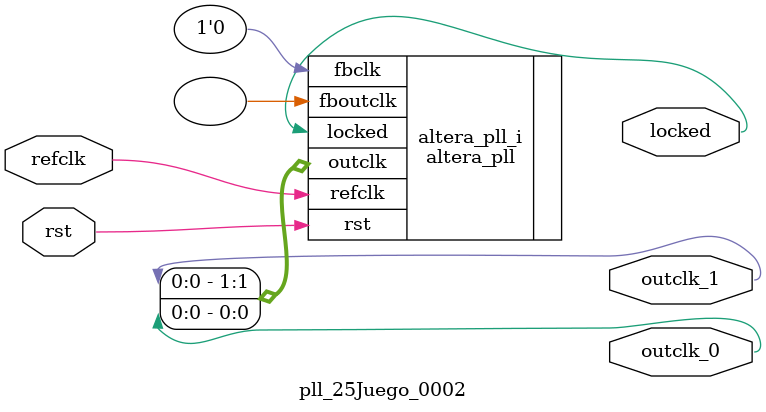
<source format=v>
`timescale 1ns/10ps
module  pll_25Juego_0002(

	// interface 'refclk'
	input wire refclk,

	// interface 'reset'
	input wire rst,

	// interface 'outclk0'
	output wire outclk_0,

	// interface 'outclk1'
	output wire outclk_1,

	// interface 'locked'
	output wire locked
);

	altera_pll #(
		.fractional_vco_multiplier("false"),
		.reference_clock_frequency("50.0 MHz"),
		.operation_mode("direct"),
		.number_of_clocks(2),
		.output_clock_frequency0("25.000000 MHz"),
		.phase_shift0("0 ps"),
		.duty_cycle0(50),
		.output_clock_frequency1("125.000000 MHz"),
		.phase_shift1("0 ps"),
		.duty_cycle1(50),
		.output_clock_frequency2("0 MHz"),
		.phase_shift2("0 ps"),
		.duty_cycle2(50),
		.output_clock_frequency3("0 MHz"),
		.phase_shift3("0 ps"),
		.duty_cycle3(50),
		.output_clock_frequency4("0 MHz"),
		.phase_shift4("0 ps"),
		.duty_cycle4(50),
		.output_clock_frequency5("0 MHz"),
		.phase_shift5("0 ps"),
		.duty_cycle5(50),
		.output_clock_frequency6("0 MHz"),
		.phase_shift6("0 ps"),
		.duty_cycle6(50),
		.output_clock_frequency7("0 MHz"),
		.phase_shift7("0 ps"),
		.duty_cycle7(50),
		.output_clock_frequency8("0 MHz"),
		.phase_shift8("0 ps"),
		.duty_cycle8(50),
		.output_clock_frequency9("0 MHz"),
		.phase_shift9("0 ps"),
		.duty_cycle9(50),
		.output_clock_frequency10("0 MHz"),
		.phase_shift10("0 ps"),
		.duty_cycle10(50),
		.output_clock_frequency11("0 MHz"),
		.phase_shift11("0 ps"),
		.duty_cycle11(50),
		.output_clock_frequency12("0 MHz"),
		.phase_shift12("0 ps"),
		.duty_cycle12(50),
		.output_clock_frequency13("0 MHz"),
		.phase_shift13("0 ps"),
		.duty_cycle13(50),
		.output_clock_frequency14("0 MHz"),
		.phase_shift14("0 ps"),
		.duty_cycle14(50),
		.output_clock_frequency15("0 MHz"),
		.phase_shift15("0 ps"),
		.duty_cycle15(50),
		.output_clock_frequency16("0 MHz"),
		.phase_shift16("0 ps"),
		.duty_cycle16(50),
		.output_clock_frequency17("0 MHz"),
		.phase_shift17("0 ps"),
		.duty_cycle17(50),
		.pll_type("General"),
		.pll_subtype("General")
	) altera_pll_i (
		.rst	(rst),
		.outclk	({outclk_1, outclk_0}),
		.locked	(locked),
		.fboutclk	( ),
		.fbclk	(1'b0),
		.refclk	(refclk)
	);
endmodule


</source>
